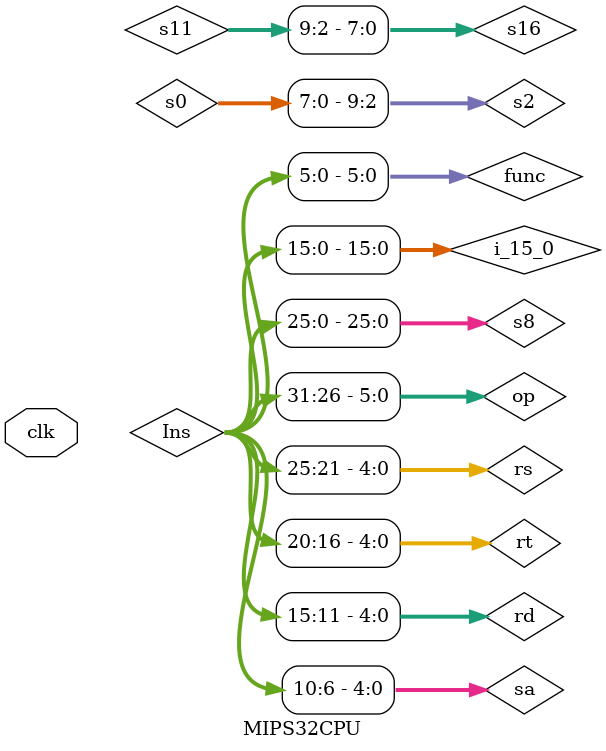
<source format=v>
/*
 * Generated by Digital. Don't modify this file!
 * Any changes will be lost if this file is regenerated.
 */
module DIG_ROM_256X32 (
    input [7:0] A,
    input sel,
    output reg [31:0] D
);
    reg [31:0] my_rom [0:8];

    always @ (*) begin
        if (~sel)
            D = 32'hz;
        else if (A > 8'h8)
            D = 32'h0;
        else
            D = my_rom[A];
    end

    initial begin
        my_rom[0] = 32'h43402a;
        my_rom[1] = 32'h11070005;
        my_rom[2] = 32'h12820;
        my_rom[3] = 32'h260020;
        my_rom[4] = 32'ha60820;
        my_rom[5] = 32'h671820;
        my_rom[6] = 32'h8000000;
        my_rom[7] = 32'h260820;
        my_rom[8] = 32'h8000007;
    end
endmodule


module DIG_Register_BUS #(
    parameter Bits = 1
)
(
    input C,
    input en,
    input [(Bits - 1):0]D,
    output [(Bits - 1):0]Q
);

    reg [(Bits - 1):0] state = 'h0;

    assign Q = state;

    always @ (posedge C) begin
        if (en)
            state <= D;
   end
endmodule
module DIG_Add
#(
    parameter Bits = 1
)
(
    input [(Bits-1):0] a,
    input [(Bits-1):0] b,
    input c_i,
    output [(Bits - 1):0] s,
    output c_o
);
   wire [Bits:0] temp;

   assign temp = a + b + c_i;
   assign s = temp [(Bits-1):0];
   assign c_o = temp[Bits];
endmodule



module Mux_2x1_NBits #(
    parameter Bits = 2
)
(
    input [0:0] sel,
    input [(Bits - 1):0] in_0,
    input [(Bits - 1):0] in_1,
    output reg [(Bits - 1):0] out
);
    always @ (*) begin
        case (sel)
            1'h0: out = in_0;
            1'h1: out = in_1;
            default:
                out = 'h0;
        endcase
    end
endmodule

module JumpTarget(
	input [25:0] in,
	input [31:0] pc4,
	output [31:0] out 
);

assign out = {pc4[31:28], in, 2'b0};

endmodule
module BranchTarget(
	input [15:0] imm,
	input [31:0] pc4,
	output [31:0] out
);

wire [31:0] signExt;

assign signExt = {{16{imm[15]}}, imm};

assign out = {signExt[29:0], 2'b0} + pc4;

endmodule
module alu(
	input[31:0] a,
	input[31:0] b,
	input[2:0] op,
	output reg[31:0] r,
	output isZ
);

assign isZ = r == 32'd0;

always@(*)
begin
	case(op)
		3'd0: r = a + b;
		3'd1: r = a - b;
		3'd2: r = a & b;
		3'd3: r = a | b;
		3'd4: r = {31'd0, $signed(a) < $signed(b)};
		default: r = 32'dX;
	endcase
end

endmodule
module DIG_BitExtender #(
    parameter inputBits = 2,
    parameter outputBits = 4
)
(
    input [(inputBits-1):0] in,
    output [(outputBits - 1):0] out
);
    assign out = {{(outputBits - inputBits){in[inputBits - 1]}}, in};
endmodule



module datamemory(
    input clk,
    input [7:0]addr,
    input [31:0]wData,
    input mwrite,
    input mread,
    output reg[31:0]rdata
); 

reg [63:0] memory[31:0];

always @(posedge clk)
begin
    if(mwrite)
        memory[addr]<=wData;
end

always @(*)
begin
    if(mread)
    	rdata<=memory[addr];
end

endmodule
module regfile(
input clk,
input [4:0]Ra,
input [4:0]Rb,
input [4:0]Rw,
input we,
input [31:0]din,
output reg [31:0]Da,
output reg [31:0]Db
);

reg [31:0] memory[31:0];

//seteando registros
initial begin
	    memory[0]=32'd0;
            memory[1]=32'd1;
	    memory[2]=32'd5;
	    memory[3]=32'd1;
	    memory[6]=32'd0;
	    memory[7]=32'd1;
end

always @(posedge clk)
begin
    if(we)
        memory[Rw]<=din;
    

end

always @(*)
begin
  
    
    Da<=memory[Ra];
    Db<=memory[Rb];
end
endmodule
module controlunit(
    input [5:0] opcode,
    output reg RegDst,
    output reg branch,
    output reg memread,
    output reg memwrite,
    output reg memtoReg,
    output reg [1:0]ALUop,
    output reg Alusrc,
    output reg regwrite,
    output reg jump,
    output reg bne
);

always @(*)
begin
    case (opcode)
      6'd0://R-Format((add,sub,and,or,slt)
            {RegDst,Alusrc,memtoReg,regwrite,memread,memwrite,branch,ALUop,jump,bne} = {1'b1,1'b0,1'b0,1'b1,1'b0,1'b0,1'b0,2'b10,1'b0,1'b0};
      6'd2://Jump
            {RegDst,Alusrc,memtoReg,regwrite,memread,memwrite,branch,ALUop,jump,bne} = {1'b0,1'b0,1'b0,1'b0,1'b0,1'b0,1'b0,2'b00,1'b1,1'b0};
      6'd4://beq
            {RegDst,Alusrc,memtoReg,regwrite,memread,memwrite,branch,ALUop,jump,bne} = {1'b0,1'b0,1'b0,1'b0,1'b0,1'b0,1'b1,2'b01,1'b0,1'b0};
      6'd5://bne
            {RegDst,Alusrc,memtoReg,regwrite,memread,memwrite,branch,ALUop,jump,bne} = {1'b0,1'b0,1'b0,1'b0,1'b0,1'b0,1'b0,2'b01,1'b0,1'b1};
      6'd35://load
            {RegDst,Alusrc,memtoReg,regwrite,memread,memwrite,branch,ALUop,jump,bne} = {1'b0,1'b1,1'b1,1'b1,1'b1,1'b0,1'b0,2'b00,1'b0,1'b0};
      6'd43://store
            {RegDst,Alusrc,memtoReg,regwrite,memread,memwrite,branch,ALUop,jump,bne} = {1'b0,1'b1,1'b0,1'b0,1'b0,1'b1,1'b0,2'b00,1'b0,1'b0};

      default: 
            {RegDst,Alusrc,memtoReg,regwrite,memread,memwrite,branch,ALUop,jump,bne} = {1'bx,1'bx,1'bx,1'bx,1'bx,1'bx,1'bx,2'bxx,1'bx,1'bx};
    endcase
end

endmodule
module alucontrol(
    input [1:0] aluop,
    input [5:0] func,
    output reg[2:0] op
);


always @(*)
begin
    case (aluop)
      2'b00:
            op = 3'd0;//suma para lw y sw
      2'b01:
            op = 3'd1;//resta para el beq
      2'b10://R-Format
            case (func)
                6'b100000:
                        op = 3'd0;//suma 
                6'b100010:
                        op = 3'd1;//resta
                6'b100100:
                        op = 3'd2;//AND
                6'b100101:
                        op = 3'd3;//OR
                6'b101010:
                        op = 3'd4;//set less than
            default: 
                        op = 3'dx;
            endcase
      default:
            op = 3'dx; 
    endcase
end

endmodule

module MIPS32CPU (
  input clk
);
  wire [7:0] s0;
  wire [31:0] Ins;
  wire [31:0] s1;
  wire [31:0] s2;
  wire [31:0] s3;
  wire jump;
  wire [31:0] s4;
  wire [31:0] s5;
  wire s6;
  wire [31:0] s7;
  wire [25:0] s8;
  wire [15:0] i_15_0;
  wire [31:0] s9;
  wire [31:0] s10;
  wire [2:0] opcontrol;
  wire [31:0] s11;
  wire isZ;
  wire ALUsrc;
  wire [31:0] s12;
  wire [31:0] s13;
  wire [5:0] func;
  wire [4:0] sa;
  wire [4:0] rd;
  wire [4:0] rt;
  wire [4:0] rs;
  wire [5:0] op;
  wire RegDst;
  wire [4:0] s14;
  wire memtoReg;
  wire [31:0] s15;
  wire [31:0] rwd;
  wire [7:0] s16;
  wire memread;
  wire memwrite;
  wire regwrite;
  wire branch;
  wire [1:0] ALUop;
  wire branche;
  // Ins_mem
  DIG_ROM_256X32 DIG_ROM_256X32_i0 (
    .A( s0 ),
    .sel( 1'b1 ),
    .D( Ins )
  );
  // PC
  DIG_Register_BUS #(
    .Bits(32)
  )
  DIG_Register_BUS_i1 (
    .D( s1 ),
    .C( clk ),
    .en( 1'b1 ),
    .Q( s2 )
  );
  // pc+4
  DIG_Add #(
    .Bits(32)
  )
  DIG_Add_i2 (
    .a( s2 ),
    .b( 32'b100 ),
    .c_i( 1'b0 ),
    .s( s3 )
  );
  Mux_2x1_NBits #(
    .Bits(32)
  )
  Mux_2x1_NBits_i3 (
    .sel( jump ),
    .in_0( s4 ),
    .in_1( s5 ),
    .out( s1 )
  );
  Mux_2x1_NBits #(
    .Bits(32)
  )
  Mux_2x1_NBits_i4 (
    .sel( s6 ),
    .in_0( s3 ),
    .in_1( s7 ),
    .out( s4 )
  );
  // JumpTarget
  JumpTarget JumpTarget_i5 (
    .in( s8 ),
    .pc4( s3 ),
    .out( s5 )
  );
  // BranchTarget
  BranchTarget BranchTarget_i6 (
    .imm( i_15_0 ),
    .pc4( s3 ),
    .out( s7 )
  );
  // alu
  alu alu_i7 (
    .a( s9 ),
    .b( s10 ),
    .op( opcontrol ),
    .r( s11 ),
    .isZ( isZ )
  );
  Mux_2x1_NBits #(
    .Bits(32)
  )
  Mux_2x1_NBits_i8 (
    .sel( ALUsrc ),
    .in_0( s12 ),
    .in_1( s13 ),
    .out( s10 )
  );
  // SignEx
  DIG_BitExtender #(
    .inputBits(16),
    .outputBits(32)
  )
  DIG_BitExtender_i9 (
    .in( i_15_0 ),
    .out( s13 )
  );
  Mux_2x1_NBits #(
    .Bits(5)
  )
  Mux_2x1_NBits_i10 (
    .sel( RegDst ),
    .in_0( rt ),
    .in_1( rd ),
    .out( s14 )
  );
  Mux_2x1_NBits #(
    .Bits(32)
  )
  Mux_2x1_NBits_i11 (
    .sel( memtoReg ),
    .in_0( s11 ),
    .in_1( s15 ),
    .out( rwd )
  );
  // datamemory
  datamemory datamemory_i12 (
    .clk( clk ),
    .addr( s16 ),
    .wData( s12 ),
    .mwrite( memread ),
    .mread( memwrite ),
    .rdata( s15 )
  );
  // regfile
  regfile regfile_i13 (
    .clk( clk ),
    .Ra( rs ),
    .Rb( rt ),
    .Rw( s14 ),
    .we( regwrite ),
    .din( rwd ),
    .Da( s9 ),
    .Db( s12 )
  );
  // controlunit
  controlunit controlunit_i14 (
    .opcode( op ),
    .RegDst( RegDst ),
    .branch( branch ),
    .memread( memread ),
    .memwrite( memwrite ),
    .memtoReg( memtoReg ),
    .ALUop( ALUop ),
    .Alusrc( ALUsrc ),
    .regwrite( regwrite ),
    .jump( jump ),
    .bne( branche )
  );
  // alucontrol
  alucontrol alucontrol_i15 (
    .aluop( ALUop ),
    .func( func ),
    .op( opcontrol )
  );
  assign s6 = ((isZ & branch) | (branche & ~ isZ));
  assign s0 = s2[9:2];
  assign s8 = Ins[25:0];
  assign i_15_0 = Ins[15:0];
  assign func = Ins[5:0];
  assign sa = Ins[10:6];
  assign rd = Ins[15:11];
  assign rt = Ins[20:16];
  assign rs = Ins[25:21];
  assign op = Ins[31:26];
  assign s16 = s11[9:2];
endmodule

</source>
